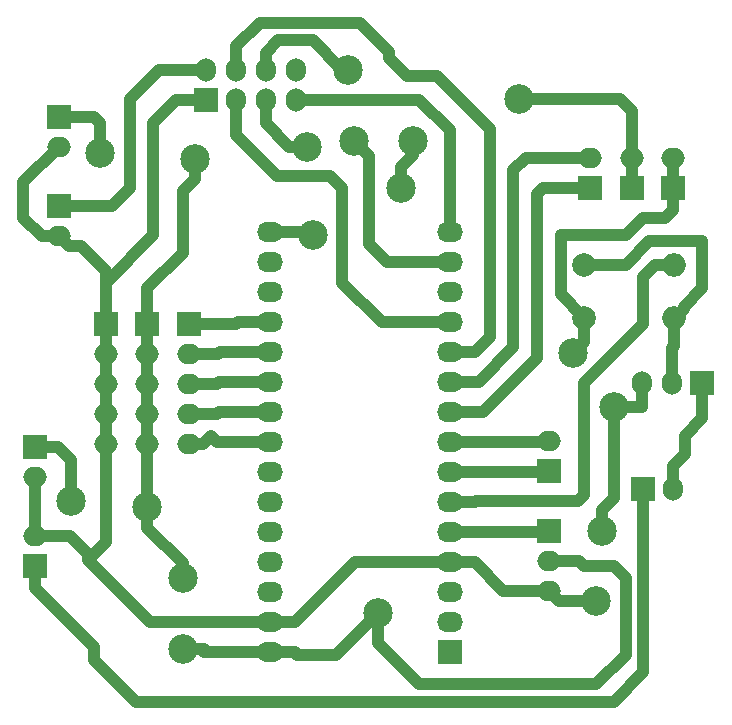
<source format=gbr>
G04 #@! TF.GenerationSoftware,KiCad,Pcbnew,(5.1.5)-3*
G04 #@! TF.CreationDate,2020-04-08T14:30:32+03:00*
G04 #@! TF.ProjectId,Receiver,52656365-6976-4657-922e-6b696361645f,rev?*
G04 #@! TF.SameCoordinates,Original*
G04 #@! TF.FileFunction,Copper,L2,Bot*
G04 #@! TF.FilePolarity,Positive*
%FSLAX46Y46*%
G04 Gerber Fmt 4.6, Leading zero omitted, Abs format (unit mm)*
G04 Created by KiCad (PCBNEW (5.1.5)-3) date 2020-04-08 14:30:32*
%MOMM*%
%LPD*%
G04 APERTURE LIST*
%ADD10O,1.700000X2.000000*%
%ADD11R,2.000000X2.000000*%
%ADD12O,2.000000X1.700000*%
%ADD13C,2.000000*%
%ADD14O,2.000000X2.000000*%
%ADD15O,2.200000X1.700000*%
%ADD16C,0.800000*%
%ADD17C,2.500000*%
%ADD18C,1.000000*%
G04 APERTURE END LIST*
D10*
X176960000Y-87000000D03*
X174420000Y-87000000D03*
D11*
X179500000Y-87000000D03*
X123000000Y-102500000D03*
D12*
X123000000Y-99960000D03*
D11*
X125000000Y-64460000D03*
D12*
X125000000Y-67000000D03*
D13*
X169500000Y-77000000D03*
D14*
X177120000Y-77000000D03*
D10*
X145080000Y-60500000D03*
X145080000Y-63040000D03*
X142540000Y-60500000D03*
X142540000Y-63040000D03*
X140000000Y-60500000D03*
X140000000Y-63040000D03*
X137460000Y-60500000D03*
D11*
X137460000Y-63040000D03*
D13*
X169500000Y-81500000D03*
D14*
X177120000Y-81500000D03*
D11*
X174500000Y-96000000D03*
D10*
X177040000Y-96000000D03*
D11*
X129000000Y-82000000D03*
D12*
X129000000Y-84540000D03*
X129000000Y-87080000D03*
X129000000Y-89620000D03*
X129000000Y-92160000D03*
D11*
X132500000Y-82000000D03*
D12*
X132500000Y-84540000D03*
X132500000Y-87080000D03*
X132500000Y-89620000D03*
X132500000Y-92160000D03*
D11*
X166500000Y-94500000D03*
D12*
X166500000Y-91960000D03*
D11*
X136000000Y-82000000D03*
D12*
X136000000Y-84540000D03*
X136000000Y-87080000D03*
X136000000Y-89620000D03*
X136000000Y-92160000D03*
D11*
X166500000Y-99500000D03*
D12*
X166500000Y-102040000D03*
X166500000Y-104580000D03*
D11*
X125000000Y-72000000D03*
D12*
X125000000Y-74540000D03*
D11*
X123000000Y-92460000D03*
D12*
X123000000Y-95000000D03*
D11*
X170000000Y-70500000D03*
D12*
X170000000Y-67960000D03*
D11*
X177000000Y-70500000D03*
D12*
X177000000Y-67960000D03*
D11*
X173500000Y-70500000D03*
D12*
X173500000Y-67960000D03*
D15*
X158120000Y-74220000D03*
X142880000Y-74220000D03*
X158120000Y-76760000D03*
X142880000Y-76760000D03*
X158120000Y-79300000D03*
X142880000Y-79300000D03*
X158120000Y-81840000D03*
X142880000Y-81840000D03*
X158120000Y-84380000D03*
X142880000Y-84380000D03*
X158120000Y-86920000D03*
X142880000Y-86920000D03*
X158120000Y-89460000D03*
X142880000Y-89460000D03*
X158120000Y-92000000D03*
X142880000Y-92000000D03*
X158120000Y-94540000D03*
X142880000Y-94540000D03*
X158120000Y-97080000D03*
X142880000Y-97080000D03*
X158120000Y-99620000D03*
X142880000Y-99620000D03*
X158120000Y-102160000D03*
X142880000Y-102160000D03*
X158120000Y-104700000D03*
X142880000Y-104700000D03*
X158120000Y-107240000D03*
X142880000Y-107240000D03*
D11*
X158120000Y-109780000D03*
D15*
X142880000Y-109780000D03*
D16*
X146000000Y-67000000D03*
D17*
X146000000Y-67000000D03*
X146500000Y-74500000D03*
X149500000Y-60500000D03*
X150000000Y-66500000D03*
X168500000Y-84500000D03*
X172000000Y-89000000D03*
X170500000Y-105500000D03*
X171000000Y-99500000D03*
X152000000Y-106500000D03*
X154000000Y-70500000D03*
X155000000Y-66500000D03*
X164000000Y-63000000D03*
X128500000Y-67500000D03*
X136500000Y-68000000D03*
X126000000Y-97000000D03*
X132500000Y-97500000D03*
X135500000Y-103500000D03*
X135500000Y-109500000D03*
D18*
X145080000Y-63040000D02*
X155540000Y-63040000D01*
X158120000Y-65620000D02*
X158120000Y-74220000D01*
X155540000Y-63040000D02*
X158120000Y-65620000D01*
X142540000Y-63040000D02*
X142540000Y-64960000D01*
X142540000Y-64960000D02*
X143500000Y-65920000D01*
X143500000Y-65920000D02*
X143500000Y-66000000D01*
X143500000Y-66000000D02*
X144500000Y-67000000D01*
X144500000Y-67000000D02*
X145500000Y-67000000D01*
X145500000Y-67000000D02*
X146000000Y-67000000D01*
X146000000Y-67000000D02*
X146000000Y-67000000D01*
X146000000Y-67000000D02*
X146000000Y-67000000D01*
X146500000Y-74500000D02*
X146000000Y-74000000D01*
X145780000Y-74220000D02*
X142880000Y-74220000D01*
X146000000Y-74000000D02*
X145780000Y-74220000D01*
X142540000Y-60500000D02*
X142540000Y-59040000D01*
X142540000Y-59040000D02*
X143580000Y-58000000D01*
X143580000Y-58000000D02*
X146500000Y-58000000D01*
X146500000Y-58000000D02*
X149000000Y-60500000D01*
X149000000Y-60500000D02*
X149500000Y-60500000D01*
X149500000Y-60500000D02*
X149500000Y-60500000D01*
X151249999Y-67749999D02*
X151249999Y-75249999D01*
X150000000Y-66500000D02*
X151249999Y-67749999D01*
X152760000Y-76760000D02*
X158120000Y-76760000D01*
X151249999Y-75249999D02*
X152760000Y-76760000D01*
X140000000Y-63040000D02*
X140000000Y-66000000D01*
X140000000Y-66000000D02*
X143500000Y-69500000D01*
X143500000Y-69500000D02*
X148000000Y-69500000D01*
X148000000Y-69500000D02*
X149000000Y-70500000D01*
X149000000Y-70500000D02*
X149000000Y-78500000D01*
X152340000Y-81840000D02*
X158120000Y-81840000D01*
X149000000Y-78500000D02*
X152340000Y-81840000D01*
X136000000Y-82000000D02*
X140000000Y-82000000D01*
X140160000Y-81840000D02*
X142880000Y-81840000D01*
X140000000Y-82000000D02*
X140160000Y-81840000D01*
X161500000Y-65500000D02*
X161500000Y-83100000D01*
X157000000Y-61000000D02*
X161500000Y-65500000D01*
X161500000Y-83100000D02*
X160220000Y-84380000D01*
X153000000Y-59500000D02*
X154500000Y-61000000D01*
X160220000Y-84380000D02*
X158120000Y-84380000D01*
X140000000Y-58500000D02*
X142000000Y-56500000D01*
X142000000Y-56500000D02*
X150500000Y-56500000D01*
X154500000Y-61000000D02*
X157000000Y-61000000D01*
X150500000Y-56500000D02*
X153000000Y-59000000D01*
X140000000Y-60500000D02*
X140000000Y-58500000D01*
X153000000Y-59000000D02*
X153000000Y-59500000D01*
X136000000Y-84540000D02*
X138460000Y-84540000D01*
X138620000Y-84380000D02*
X142880000Y-84380000D01*
X138460000Y-84540000D02*
X138620000Y-84380000D01*
X163500000Y-69000000D02*
X164540000Y-67960000D01*
X163500000Y-84000000D02*
X163500000Y-69000000D01*
X158120000Y-86920000D02*
X160580000Y-86920000D01*
X164540000Y-67960000D02*
X170000000Y-67960000D01*
X160580000Y-86920000D02*
X163500000Y-84000000D01*
X136000000Y-87080000D02*
X138420000Y-87080000D01*
X138580000Y-86920000D02*
X142880000Y-86920000D01*
X138420000Y-87080000D02*
X138580000Y-86920000D01*
X165500000Y-71000000D02*
X166000000Y-70500000D01*
X165500000Y-84920000D02*
X165500000Y-71000000D01*
X166000000Y-70500000D02*
X170000000Y-70500000D01*
X158120000Y-89460000D02*
X160960000Y-89460000D01*
X160960000Y-89460000D02*
X165500000Y-84920000D01*
X136000000Y-89620000D02*
X138380000Y-89620000D01*
X138540000Y-89460000D02*
X142880000Y-89460000D01*
X138380000Y-89620000D02*
X138540000Y-89460000D01*
X137202081Y-92160000D02*
X137862081Y-91500000D01*
X136000000Y-92160000D02*
X137202081Y-92160000D01*
X138362081Y-92000000D02*
X142880000Y-92000000D01*
X137862081Y-91500000D02*
X138362081Y-92000000D01*
X175500000Y-77000000D02*
X177120000Y-77000000D01*
X174500000Y-82000000D02*
X174500000Y-78000000D01*
X160220000Y-97080000D02*
X160300000Y-97000000D01*
X158120000Y-97080000D02*
X160220000Y-97080000D01*
X174500000Y-78000000D02*
X175500000Y-77000000D01*
X169000000Y-97000000D02*
X169500000Y-96500000D01*
X160300000Y-97000000D02*
X169000000Y-97000000D01*
X169500000Y-87000000D02*
X174500000Y-82000000D01*
X169500000Y-96500000D02*
X169500000Y-87000000D01*
X166380000Y-99620000D02*
X166500000Y-99500000D01*
X158120000Y-99620000D02*
X166380000Y-99620000D01*
X129000000Y-82000000D02*
X129000000Y-92160000D01*
X134960000Y-63040000D02*
X137460000Y-63040000D01*
X133000000Y-74500000D02*
X133000000Y-65000000D01*
X129000000Y-82000000D02*
X129000000Y-78500000D01*
X129000000Y-78500000D02*
X133000000Y-74500000D01*
X177000000Y-67960000D02*
X177000000Y-70500000D01*
X169500000Y-81500000D02*
X167500000Y-79500000D01*
X167500000Y-79500000D02*
X167500000Y-74500000D01*
X177000000Y-72350000D02*
X176350000Y-73000000D01*
X177000000Y-70500000D02*
X177000000Y-72350000D01*
X176350000Y-73000000D02*
X174500000Y-73000000D01*
X174500000Y-73000000D02*
X173000000Y-74500000D01*
X173000000Y-74500000D02*
X167500000Y-74500000D01*
X162640000Y-104580000D02*
X166500000Y-104580000D01*
X158120000Y-102160000D02*
X160220000Y-102160000D01*
X160220000Y-102160000D02*
X162640000Y-104580000D01*
X150060000Y-102160000D02*
X158120000Y-102160000D01*
X142880000Y-107240000D02*
X144980000Y-107240000D01*
X144980000Y-107240000D02*
X150060000Y-102160000D01*
X133000000Y-65000000D02*
X134500000Y-63500000D01*
X134500000Y-63500000D02*
X134960000Y-63040000D01*
X169500000Y-81500000D02*
X169500000Y-83500000D01*
X169500000Y-83500000D02*
X168500000Y-84500000D01*
X168500000Y-84500000D02*
X168500000Y-84500000D01*
X125849999Y-75389999D02*
X126889999Y-75389999D01*
X125000000Y-74540000D02*
X125849999Y-75389999D01*
X129000000Y-77500000D02*
X129000000Y-78500000D01*
X126889999Y-75389999D02*
X129000000Y-77500000D01*
X123540000Y-74540000D02*
X125000000Y-74540000D01*
X122000000Y-73000000D02*
X123540000Y-74540000D01*
X125000000Y-67000000D02*
X122000000Y-70000000D01*
X122000000Y-70000000D02*
X122000000Y-73000000D01*
X123000000Y-95000000D02*
X123000000Y-99960000D01*
X123000000Y-99960000D02*
X125960000Y-99960000D01*
X125960000Y-99960000D02*
X127500000Y-101500000D01*
X127500000Y-101500000D02*
X127500000Y-102000000D01*
X132740000Y-107240000D02*
X142880000Y-107240000D01*
X127500000Y-102000000D02*
X132740000Y-107240000D01*
X129000000Y-100500000D02*
X127500000Y-102000000D01*
X129000000Y-92160000D02*
X129000000Y-100500000D01*
X167349999Y-105429999D02*
X169929999Y-105429999D01*
X166500000Y-104580000D02*
X167349999Y-105429999D01*
X169929999Y-105429999D02*
X170000000Y-105500000D01*
X170000000Y-105500000D02*
X170500000Y-105500000D01*
X170500000Y-105500000D02*
X170500000Y-105500000D01*
X171000000Y-97732234D02*
X172000000Y-96732234D01*
X171000000Y-99500000D02*
X171000000Y-97732234D01*
X172000000Y-96732234D02*
X172000000Y-89000000D01*
X174420000Y-87000000D02*
X174420000Y-88920000D01*
X174340000Y-89000000D02*
X172000000Y-89000000D01*
X174420000Y-88920000D02*
X174340000Y-89000000D01*
X132500000Y-82000000D02*
X132500000Y-92160000D01*
X173500000Y-67960000D02*
X173500000Y-70500000D01*
X144980000Y-109780000D02*
X145200000Y-110000000D01*
X142880000Y-109780000D02*
X144980000Y-109780000D01*
X145200000Y-110000000D02*
X148500000Y-110000000D01*
X148500000Y-110000000D02*
X152000000Y-106500000D01*
X152000000Y-106500000D02*
X152000000Y-106500000D01*
X154000000Y-68732234D02*
X155000000Y-67732234D01*
X154000000Y-70500000D02*
X154000000Y-68732234D01*
X155000000Y-67732234D02*
X155000000Y-66500000D01*
X155000000Y-66500000D02*
X155000000Y-66500000D01*
X164000000Y-63000000D02*
X172500000Y-63000000D01*
X173500000Y-64000000D02*
X173500000Y-67960000D01*
X172500000Y-63000000D02*
X173500000Y-64000000D01*
X137280000Y-109780000D02*
X142880000Y-109780000D01*
X125000000Y-64460000D02*
X127960000Y-64460000D01*
X127960000Y-64460000D02*
X128500000Y-65000000D01*
X128500000Y-65000000D02*
X128500000Y-67500000D01*
X128500000Y-67500000D02*
X128500000Y-67500000D01*
X136500000Y-69767766D02*
X135500000Y-70767766D01*
X136500000Y-68000000D02*
X136500000Y-69767766D01*
X135500000Y-70767766D02*
X135500000Y-76000000D01*
X132500000Y-79000000D02*
X132500000Y-82000000D01*
X135500000Y-76000000D02*
X132500000Y-79000000D01*
X123000000Y-92460000D02*
X124960000Y-92460000D01*
X124960000Y-92460000D02*
X126000000Y-93500000D01*
X126000000Y-93500000D02*
X126000000Y-97000000D01*
X126000000Y-97000000D02*
X126000000Y-97000000D01*
X132500000Y-97500000D02*
X132500000Y-92160000D01*
X132500000Y-99267766D02*
X135500000Y-102267766D01*
X132500000Y-97500000D02*
X132500000Y-99267766D01*
X135500000Y-102267766D02*
X135500000Y-103500000D01*
X135500000Y-103500000D02*
X135500000Y-103500000D01*
X137280000Y-109512234D02*
X137280000Y-109780000D01*
X137267766Y-109500000D02*
X137280000Y-109512234D01*
X135500000Y-109500000D02*
X137267766Y-109500000D01*
X152000000Y-109000000D02*
X152000000Y-106500000D01*
X155500000Y-112500000D02*
X152000000Y-109000000D01*
X170500000Y-112500000D02*
X155500000Y-112500000D01*
X173000000Y-110000000D02*
X170500000Y-112500000D01*
X169040000Y-102040000D02*
X169500000Y-102500000D01*
X172000000Y-102500000D02*
X173000000Y-103500000D01*
X166500000Y-102040000D02*
X169040000Y-102040000D01*
X173000000Y-103500000D02*
X173000000Y-110000000D01*
X169500000Y-102500000D02*
X172000000Y-102500000D01*
X123000000Y-104350000D02*
X128000000Y-109350000D01*
X123000000Y-102500000D02*
X123000000Y-104350000D01*
X128000000Y-109350000D02*
X128000000Y-110500000D01*
X128000000Y-110500000D02*
X131500000Y-114000000D01*
X131500000Y-114000000D02*
X172000000Y-114000000D01*
X172000000Y-114000000D02*
X174500000Y-111500000D01*
X174500000Y-111500000D02*
X174500000Y-96000000D01*
X135000000Y-60500000D02*
X137460000Y-60500000D01*
X125000000Y-72000000D02*
X129500000Y-72000000D01*
X129500000Y-72000000D02*
X131000000Y-70500000D01*
X131000000Y-70500000D02*
X131000000Y-63000000D01*
X131000000Y-63000000D02*
X133500000Y-60500000D01*
X133500000Y-60500000D02*
X135000000Y-60500000D01*
X166460000Y-92000000D02*
X166500000Y-91960000D01*
X158120000Y-92000000D02*
X166460000Y-92000000D01*
X177040000Y-94000000D02*
X178000000Y-93040000D01*
X177040000Y-96000000D02*
X177040000Y-94000000D01*
X178000000Y-93040000D02*
X178000000Y-91500000D01*
X179500000Y-90000000D02*
X179500000Y-87000000D01*
X178000000Y-91500000D02*
X179500000Y-90000000D01*
X173000000Y-77000000D02*
X169500000Y-77000000D01*
X175000000Y-75000000D02*
X173000000Y-77000000D01*
X177919999Y-80700001D02*
X177919999Y-80580001D01*
X179500000Y-75000000D02*
X175000000Y-75000000D01*
X177120000Y-81500000D02*
X177919999Y-80700001D01*
X179500000Y-79000000D02*
X179500000Y-75000000D01*
X177919999Y-80580001D02*
X179500000Y-79000000D01*
X176960000Y-87000000D02*
X176960000Y-84040000D01*
X177120000Y-83880000D02*
X177120000Y-81500000D01*
X176960000Y-84040000D02*
X177120000Y-83880000D01*
X166460000Y-94540000D02*
X166500000Y-94500000D01*
X158120000Y-94540000D02*
X166460000Y-94540000D01*
M02*

</source>
